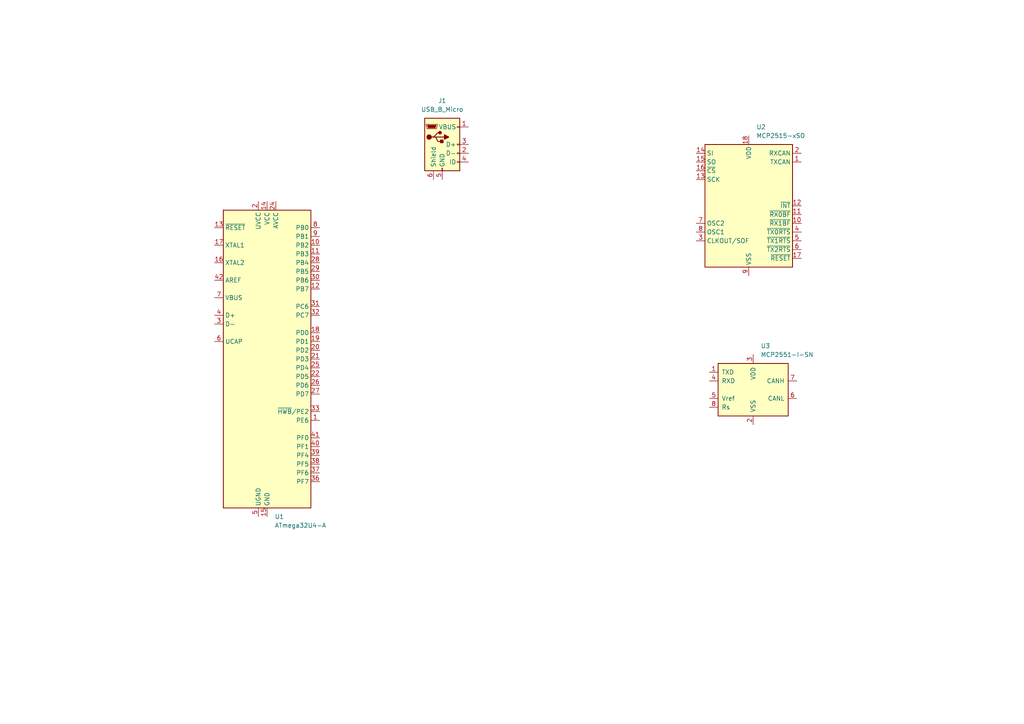
<source format=kicad_sch>
(kicad_sch (version 20230121) (generator eeschema)
  (paper "A4")
  (lib_symbols
    (symbol "Connector:USB_B_Micro" (pin_names (offset 1.016))
      (property "Reference" "J" (at -5.08 11.43 0))
      (property "Value" "USB_B_Micro" (at -5.08 8.89 0))
      (symbol "USB_B_Micro_0_1"
        (rectangle (start -5.08 -7.62) (end 5.08 7.62) (stroke (width 0.254)) (fill (type background)))
        (circle (center -3.81 2.159) (radius 0.635) (stroke (width 0.254)) (fill (type outline)))
        (circle (center -0.635 3.429) (radius 0.381) (stroke (width 0.254)) (fill (type outline)))
        (rectangle (start -0.127 -7.62) (end 0.127 -6.858))
        (polyline (pts (xy -1.905 2.159) (xy 0.635 2.159)) (stroke (width 0.254)))
        (polyline (pts (xy -3.175 2.159) (xy -2.54 2.159) (xy -1.27 3.429) (xy -0.635 3.429)) (stroke (width 0.254)))
        (polyline (pts (xy -2.54 2.159) (xy -1.905 2.159) (xy -1.27 0.889) (xy 0 0.889)) (stroke (width 0.254)))
        (polyline (pts (xy 0.635 2.794) (xy 0.635 1.524) (xy 1.905 2.159) (xy 0.635 2.794)) (stroke (width 0.254)) (fill (type outline)))
        (polyline (pts (xy -4.318 5.588) (xy -1.778 5.588) (xy -2.032 4.826) (xy -4.064 4.826) (xy -4.318 5.588)) (fill (type outline)))
        (polyline (pts (xy -4.699 5.842) (xy -4.699 5.588) (xy -4.445 4.826) (xy -4.445 4.572) (xy -1.651 4.572) (xy -1.651 4.826) (xy -1.397 5.588) (xy -1.397 5.842) (xy -4.699 5.842)))
        (rectangle (start 0.254 1.27) (end -0.508 0.508) (stroke (width 0.254)) (fill (type outline)))
        (rectangle (start 5.08 -5.207) (end 4.318 -4.953))
        (rectangle (start 5.08 -2.667) (end 4.318 -2.413))
        (rectangle (start 5.08 -0.127) (end 4.318 0.127))
        (rectangle (start 5.08 4.953) (end 4.318 5.207))
      )
      (symbol "USB_B_Micro_1_1"
        (pin power_out line (at 7.62 5.08 180) (length 2.54) (name "VBUS") (number "1"))
        (pin bidirectional line (at 7.62 -2.54 180) (length 2.54) (name "D-") (number "2"))
        (pin bidirectional line (at 7.62 0 180) (length 2.54) (name "D+") (number "3"))
        (pin passive line (at 7.62 -5.08 180) (length 2.54) (name "ID") (number "4"))
        (pin power_out line (at 0 -10.16 90) (length 2.54) (name "GND") (number "5"))
        (pin passive line (at -2.54 -10.16 90) (length 2.54) (name "Shield") (number "6"))
      )
    )
    (symbol "Interface_CAN_LIN:MCP2515-xSO"
      (property "Reference" "U" (at -10.16 19.685 0))
      (property "Value" "MCP2515-xSO" (at 19.05 20.32 0))
      (symbol "MCP2515-xSO_0_1"
        (rectangle (start -12.7 17.78) (end 12.7 -17.78) (stroke (width 0.254)) (fill (type background)))
      )
      (symbol "MCP2515-xSO_1_1"
        (pin output line (at 15.24 12.7 180) (length 2.54) (name "TXCAN") (number "1"))
        (pin output line (at 15.24 -5.08 180) (length 2.54) (name "~{RX1BF}") (number "10"))
        (pin output line (at 15.24 -2.54 180) (length 2.54) (name "~{RX0BF}") (number "11"))
        (pin output line (at 15.24 0 180) (length 2.54) (name "~{INT}") (number "12"))
        (pin input line (at -15.24 7.62 0) (length 2.54) (name "SCK") (number "13"))
        (pin input line (at -15.24 15.24 0) (length 2.54) (name "SI") (number "14"))
        (pin output line (at -15.24 12.7 0) (length 2.54) (name "SO") (number "15"))
        (pin input line (at -15.24 10.16 0) (length 2.54) (name "~{CS}") (number "16"))
        (pin input line (at 15.24 -15.24 180) (length 2.54) (name "~{RESET}") (number "17"))
        (pin power_in line (at 0 20.32 270) (length 2.54) (name "VDD") (number "18"))
        (pin input line (at 15.24 15.24 180) (length 2.54) (name "RXCAN") (number "2"))
        (pin output line (at -15.24 -10.16 0) (length 2.54) (name "CLKOUT/SOF") (number "3"))
        (pin input line (at 15.24 -7.62 180) (length 2.54) (name "~{TX0RTS}") (number "4"))
        (pin input line (at 15.24 -10.16 180) (length 2.54) (name "~{TX1RTS}") (number "5"))
        (pin input line (at 15.24 -12.7 180) (length 2.54) (name "~{TX2RTS}") (number "6"))
        (pin output line (at -15.24 -5.08 0) (length 2.54) (name "OSC2") (number "7"))
        (pin input line (at -15.24 -7.62 0) (length 2.54) (name "OSC1") (number "8"))
        (pin power_in line (at 0 -20.32 90) (length 2.54) (name "VSS") (number "9"))
      )
    )
    (symbol "Interface_CAN_LIN:MCP2551-I-SN" (pin_names (offset 1.016))
      (property "Reference" "U" (at -10.16 8.89 0))
      (property "Value" "MCP2551-I-SN" (at 2.54 8.89 0))
      (symbol "MCP2551-I-SN_0_1"
        (rectangle (start -10.16 7.62) (end 10.16 -7.62) (stroke (width 0.254)) (fill (type background)))
      )
      (symbol "MCP2551-I-SN_1_1"
        (pin input line (at -12.7 5.08 0) (length 2.54) (name "TXD") (number "1"))
        (pin power_in line (at 0 -10.16 90) (length 2.54) (name "VSS") (number "2"))
        (pin power_in line (at 0 10.16 270) (length 2.54) (name "VDD") (number "3"))
        (pin output line (at -12.7 2.54 0) (length 2.54) (name "RXD") (number "4"))
        (pin power_out line (at -12.7 -2.54 0) (length 2.54) (name "Vref") (number "5"))
        (pin bidirectional line (at 12.7 -2.54 180) (length 2.54) (name "CANL") (number "6"))
        (pin bidirectional line (at 12.7 2.54 180) (length 2.54) (name "CANH") (number "7"))
        (pin input line (at -12.7 -5.08 0) (length 2.54) (name "Rs") (number "8"))
      )
    )
    (symbol "MCU_Microchip_ATmega:ATmega32U4-A"
      (property "Reference" "U" (at -12.7 44.45 0))
      (property "Value" "ATmega32U4-A" (at 2.54 -44.45 0))
      (symbol "ATmega32U4-A_0_1"
        (rectangle (start -12.7 -43.18) (end 12.7 43.18) (stroke (width 0.254)) (fill (type background)))
      )
      (symbol "ATmega32U4-A_1_1"
        (pin bidirectional line (at 15.24 -17.78 180) (length 2.54) (name "PE6") (number "1"))
        (pin bidirectional line (at 15.24 33.02 180) (length 2.54) (name "PB2") (number "10"))
        (pin bidirectional line (at 15.24 30.48 180) (length 2.54) (name "PB3") (number "11"))
        (pin bidirectional line (at 15.24 20.32 180) (length 2.54) (name "PB7") (number "12"))
        (pin input line (at -15.24 38.1 0) (length 2.54) (name "~{RESET}") (number "13"))
        (pin power_in line (at 0 45.72 270) (length 2.54) (name "VCC") (number "14"))
        (pin power_in line (at 0 -45.72 90) (length 2.54) (name "GND") (number "15"))
        (pin output line (at -15.24 27.94 0) (length 2.54) (name "XTAL2") (number "16"))
        (pin input line (at -15.24 33.02 0) (length 2.54) (name "XTAL1") (number "17"))
        (pin bidirectional line (at 15.24 7.62 180) (length 2.54) (name "PD0") (number "18"))
        (pin bidirectional line (at 15.24 5.08 180) (length 2.54) (name "PD1") (number "19"))
        (pin power_in line (at -2.54 45.72 270) (length 2.54) (name "UVCC") (number "2"))
        (pin bidirectional line (at 15.24 2.54 180) (length 2.54) (name "PD2") (number "20"))
        (pin bidirectional line (at 15.24 0 180) (length 2.54) (name "PD3") (number "21"))
        (pin bidirectional line (at 15.24 -5.08 180) (length 2.54) (name "PD5") (number "22"))
        (pin passive line (at 0 -45.72 90) (length 2.54) hide (name "GND") (number "23"))
        (pin power_in line (at 2.54 45.72 270) (length 2.54) (name "AVCC") (number "24"))
        (pin bidirectional line (at 15.24 -2.54 180) (length 2.54) (name "PD4") (number "25"))
        (pin bidirectional line (at 15.24 -7.62 180) (length 2.54) (name "PD6") (number "26"))
        (pin bidirectional line (at 15.24 -10.16 180) (length 2.54) (name "PD7") (number "27"))
        (pin bidirectional line (at 15.24 27.94 180) (length 2.54) (name "PB4") (number "28"))
        (pin bidirectional line (at 15.24 25.4 180) (length 2.54) (name "PB5") (number "29"))
        (pin bidirectional line (at -15.24 10.16 0) (length 2.54) (name "D-") (number "3"))
        (pin bidirectional line (at 15.24 22.86 180) (length 2.54) (name "PB6") (number "30"))
        (pin bidirectional line (at 15.24 15.24 180) (length 2.54) (name "PC6") (number "31"))
        (pin bidirectional line (at 15.24 12.7 180) (length 2.54) (name "PC7") (number "32"))
        (pin bidirectional line (at 15.24 -15.24 180) (length 2.54) (name "~{HWB}/PE2") (number "33"))
        (pin passive line (at 0 45.72 270) (length 2.54) hide (name "VCC") (number "34"))
        (pin passive line (at 0 -45.72 90) (length 2.54) hide (name "GND") (number "35"))
        (pin bidirectional line (at 15.24 -35.56 180) (length 2.54) (name "PF7") (number "36"))
        (pin bidirectional line (at 15.24 -33.02 180) (length 2.54) (name "PF6") (number "37"))
        (pin bidirectional line (at 15.24 -30.48 180) (length 2.54) (name "PF5") (number "38"))
        (pin bidirectional line (at 15.24 -27.94 180) (length 2.54) (name "PF4") (number "39"))
        (pin bidirectional line (at -15.24 12.7 0) (length 2.54) (name "D+") (number "4"))
        (pin bidirectional line (at 15.24 -25.4 180) (length 2.54) (name "PF1") (number "40"))
        (pin bidirectional line (at 15.24 -22.86 180) (length 2.54) (name "PF0") (number "41"))
        (pin passive line (at -15.24 22.86 0) (length 2.54) (name "AREF") (number "42"))
        (pin passive line (at 0 -45.72 90) (length 2.54) hide (name "GND") (number "43"))
        (pin passive line (at 2.54 45.72 270) (length 2.54) hide (name "AVCC") (number "44"))
        (pin passive line (at -2.54 -45.72 90) (length 2.54) (name "UGND") (number "5"))
        (pin passive line (at -15.24 5.08 0) (length 2.54) (name "UCAP") (number "6"))
        (pin input line (at -15.24 17.78 0) (length 2.54) (name "VBUS") (number "7"))
        (pin bidirectional line (at 15.24 38.1 180) (length 2.54) (name "PB0") (number "8"))
        (pin bidirectional line (at 15.24 35.56 180) (length 2.54) (name "PB1") (number "9"))
      )
    )
  )
  (symbol (lib_id "Interface_CAN_LIN:MCP2515-xSO") (at 217.17 59.69 0) (unit 1)
    (property "Reference" "U2" (at 219.3641 36.83 0) (effects (justify left)))
    (property "Value" "MCP2515-xSO" (at 219.3641 39.37 0) (effects (justify left)))
    (property "Footprint" "Package_SO:SOIC-18W_7.5x11.6mm_P1.27mm" (effects hide))
    (property "Datasheet" "http://ww1.microchip.com/downloads/en/DeviceDoc/21801e.pdf" (effects hide))
  )
  (symbol (lib_id "MCU_Microchip_ATmega:ATmega32U4-A") (at 77.47 104.14 0) (unit 1)
    (property "Reference" "U1" (at 79.6641 149.86 0) (effects (justify left)))
    (property "Value" "ATmega32U4-A" (at 79.6641 152.4 0) (effects (justify left)))
    (property "Footprint" "Package_QFP:TQFP-44_10x10mm_P0.8mm" (effects hide))
    (property "Datasheet" "http://ww1.microchip.com/downloads/en/DeviceDoc/Atmel-7766-8-bit-AVR-ATmega16U4-32U4_Datasheet.pdf" (effects hide))
  )
  (symbol (lib_id "Connector:USB_B_Micro") (at 128.27 41.91 0) (unit 1)
    (property "Reference" "J1" (at 128.27 29.21 0))
    (property "Value" "USB_B_Micro" (at 128.27 31.75 0))
    (property "Footprint" "Connector_USB:USB_Micro-B_Molex_47346-0001" (effects hide))
  )
  (symbol (lib_id "Interface_CAN_LIN:MCP2551-I-SN") (at 218.44 113.03 0) (unit 1)
    (property "Reference" "U3" (at 220.6341 100.33 0) (effects (justify left)))
    (property "Value" "MCP2551-I-SN" (at 220.6341 102.87 0) (effects (justify left)))
    (property "Footprint" "Package_SO:SOIC-8_3.9x4.9mm_P1.27mm" (effects hide))
    (property "Datasheet" "http://ww1.microchip.com/downloads/en/devicedoc/21667d.pdf" (effects hide))
  )
)
</source>
